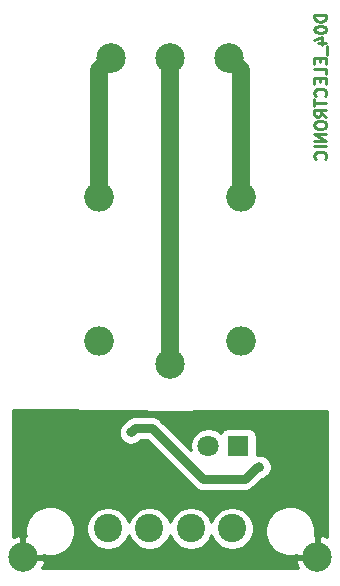
<source format=gbr>
G04 #@! TF.GenerationSoftware,KiCad,Pcbnew,5.1.5-52549c5~86~ubuntu18.04.1*
G04 #@! TF.CreationDate,2020-09-29T20:16:12-05:00*
G04 #@! TF.ProjectId,D04,4430342e-6b69-4636-9164-5f7063625858,rev?*
G04 #@! TF.SameCoordinates,Original*
G04 #@! TF.FileFunction,Copper,L2,Bot*
G04 #@! TF.FilePolarity,Positive*
%FSLAX46Y46*%
G04 Gerber Fmt 4.6, Leading zero omitted, Abs format (unit mm)*
G04 Created by KiCad (PCBNEW 5.1.5-52549c5~86~ubuntu18.04.1) date 2020-09-29 20:16:12*
%MOMM*%
%LPD*%
G04 APERTURE LIST*
%ADD10C,0.250000*%
%ADD11C,2.499360*%
%ADD12C,1.800000*%
%ADD13R,1.800000X1.800000*%
%ADD14C,2.400000*%
%ADD15C,2.500000*%
%ADD16O,2.500000X2.500000*%
%ADD17C,0.800000*%
%ADD18C,0.750000*%
%ADD19C,1.500000*%
%ADD20C,0.254000*%
G04 APERTURE END LIST*
D10*
X47188380Y-20750971D02*
X46188380Y-20750971D01*
X46188380Y-20989066D01*
X46236000Y-21131923D01*
X46331238Y-21227161D01*
X46426476Y-21274780D01*
X46616952Y-21322400D01*
X46759809Y-21322400D01*
X46950285Y-21274780D01*
X47045523Y-21227161D01*
X47140761Y-21131923D01*
X47188380Y-20989066D01*
X47188380Y-20750971D01*
X46188380Y-21941447D02*
X46188380Y-22036685D01*
X46236000Y-22131923D01*
X46283619Y-22179542D01*
X46378857Y-22227161D01*
X46569333Y-22274780D01*
X46807428Y-22274780D01*
X46997904Y-22227161D01*
X47093142Y-22179542D01*
X47140761Y-22131923D01*
X47188380Y-22036685D01*
X47188380Y-21941447D01*
X47140761Y-21846209D01*
X47093142Y-21798590D01*
X46997904Y-21750971D01*
X46807428Y-21703352D01*
X46569333Y-21703352D01*
X46378857Y-21750971D01*
X46283619Y-21798590D01*
X46236000Y-21846209D01*
X46188380Y-21941447D01*
X46521714Y-23131923D02*
X47188380Y-23131923D01*
X46140761Y-22893828D02*
X46855047Y-22655733D01*
X46855047Y-23274780D01*
X47283619Y-23417638D02*
X47283619Y-24179542D01*
X46664571Y-24417638D02*
X46664571Y-24750971D01*
X47188380Y-24893828D02*
X47188380Y-24417638D01*
X46188380Y-24417638D01*
X46188380Y-24893828D01*
X47188380Y-25798590D02*
X47188380Y-25322399D01*
X46188380Y-25322399D01*
X46664571Y-26131923D02*
X46664571Y-26465257D01*
X47188380Y-26608114D02*
X47188380Y-26131923D01*
X46188380Y-26131923D01*
X46188380Y-26608114D01*
X47093142Y-27608114D02*
X47140761Y-27560495D01*
X47188380Y-27417638D01*
X47188380Y-27322399D01*
X47140761Y-27179542D01*
X47045523Y-27084304D01*
X46950285Y-27036685D01*
X46759809Y-26989066D01*
X46616952Y-26989066D01*
X46426476Y-27036685D01*
X46331238Y-27084304D01*
X46236000Y-27179542D01*
X46188380Y-27322399D01*
X46188380Y-27417638D01*
X46236000Y-27560495D01*
X46283619Y-27608114D01*
X46188380Y-27893828D02*
X46188380Y-28465257D01*
X47188380Y-28179542D02*
X46188380Y-28179542D01*
X47188380Y-29370019D02*
X46712190Y-29036685D01*
X47188380Y-28798590D02*
X46188380Y-28798590D01*
X46188380Y-29179542D01*
X46236000Y-29274780D01*
X46283619Y-29322399D01*
X46378857Y-29370019D01*
X46521714Y-29370019D01*
X46616952Y-29322399D01*
X46664571Y-29274780D01*
X46712190Y-29179542D01*
X46712190Y-28798590D01*
X46188380Y-29989066D02*
X46188380Y-30179542D01*
X46236000Y-30274780D01*
X46331238Y-30370019D01*
X46521714Y-30417638D01*
X46855047Y-30417638D01*
X47045523Y-30370019D01*
X47140761Y-30274780D01*
X47188380Y-30179542D01*
X47188380Y-29989066D01*
X47140761Y-29893828D01*
X47045523Y-29798590D01*
X46855047Y-29750971D01*
X46521714Y-29750971D01*
X46331238Y-29798590D01*
X46236000Y-29893828D01*
X46188380Y-29989066D01*
X47188380Y-30846209D02*
X46188380Y-30846209D01*
X47188380Y-31417638D01*
X46188380Y-31417638D01*
X47188380Y-31893828D02*
X46188380Y-31893828D01*
X47093142Y-32941447D02*
X47140761Y-32893828D01*
X47188380Y-32750971D01*
X47188380Y-32655733D01*
X47140761Y-32512876D01*
X47045523Y-32417638D01*
X46950285Y-32370019D01*
X46759809Y-32322399D01*
X46616952Y-32322399D01*
X46426476Y-32370019D01*
X46331238Y-32417638D01*
X46236000Y-32512876D01*
X46188380Y-32655733D01*
X46188380Y-32750971D01*
X46236000Y-32893828D01*
X46283619Y-32941447D01*
D11*
X46440000Y-66675000D03*
X21500000Y-66675000D03*
D12*
X37211000Y-57277000D03*
D13*
X39751000Y-57277000D03*
D14*
X39220000Y-64236600D03*
X35720000Y-64236600D03*
X32220000Y-64236600D03*
X28720000Y-64236600D03*
D15*
X28970000Y-24434800D03*
X33970000Y-24434800D03*
X38970000Y-24434800D03*
D16*
X27970000Y-48342800D03*
X27970000Y-36142800D03*
X39970000Y-36142800D03*
X39970000Y-48342800D03*
D15*
X33970000Y-50342800D03*
D17*
X30632400Y-56108600D03*
X41529000Y-59029600D03*
D18*
X21500000Y-66675000D02*
X21500000Y-66686600D01*
X46440000Y-66675000D02*
X46440000Y-66691600D01*
X21500000Y-66675000D02*
X21500000Y-66712000D01*
D10*
X21500000Y-66675000D02*
X21500000Y-66762800D01*
D19*
X27970000Y-25434800D02*
X28970000Y-24434800D01*
X27970000Y-36142800D02*
X27970000Y-25434800D01*
X33970000Y-50342800D02*
X33970000Y-24434800D01*
X39970000Y-25434800D02*
X38970000Y-24434800D01*
X39970000Y-36142800D02*
X39970000Y-25434800D01*
D18*
X31032399Y-55708601D02*
X32391401Y-55708601D01*
X30632400Y-56108600D02*
X31032399Y-55708601D01*
X32391401Y-55708601D02*
X36728400Y-60045600D01*
X36728400Y-60045600D02*
X40284400Y-60045600D01*
X40284400Y-60045600D02*
X41300400Y-59029600D01*
X41300400Y-59029600D02*
X41529000Y-59029600D01*
D20*
G36*
X31890453Y-54272219D02*
G01*
X31966207Y-54312710D01*
X32090617Y-54350450D01*
X32187581Y-54360000D01*
X32187590Y-54360000D01*
X32219999Y-54363192D01*
X32252408Y-54360000D01*
X35687591Y-54360000D01*
X35720000Y-54363192D01*
X35752409Y-54360000D01*
X35752419Y-54360000D01*
X35849383Y-54350450D01*
X35973793Y-54312710D01*
X36021057Y-54287447D01*
X47280001Y-54328955D01*
X47280001Y-64987866D01*
X47115738Y-64905861D01*
X46861025Y-64828595D01*
X46567000Y-64944605D01*
X46567000Y-66368392D01*
X46454141Y-66481251D01*
X46633749Y-66660859D01*
X46746608Y-66548000D01*
X47280001Y-66548000D01*
X47280001Y-66802000D01*
X46746608Y-66802000D01*
X46633749Y-66689141D01*
X46454141Y-66868749D01*
X46567000Y-66981608D01*
X46567000Y-67600000D01*
X46313000Y-67600000D01*
X46313000Y-66981608D01*
X46425859Y-66868749D01*
X46246251Y-66689141D01*
X46133392Y-66802000D01*
X44709605Y-66802000D01*
X44593595Y-67096025D01*
X44711211Y-67448151D01*
X44797895Y-67600000D01*
X23144699Y-67600000D01*
X23269139Y-67350738D01*
X23346405Y-67096025D01*
X23230395Y-66802000D01*
X21806608Y-66802000D01*
X21693749Y-66689141D01*
X21514141Y-66868749D01*
X21627000Y-66981608D01*
X21627000Y-67600000D01*
X21373000Y-67600000D01*
X21373000Y-66981608D01*
X21485859Y-66868749D01*
X21306251Y-66689141D01*
X21193392Y-66802000D01*
X20660000Y-66802000D01*
X20660000Y-66548000D01*
X21193392Y-66548000D01*
X21306251Y-66660859D01*
X21485859Y-66481251D01*
X21514141Y-66481251D01*
X21693749Y-66660859D01*
X21806608Y-66548000D01*
X23230395Y-66548000D01*
X23243735Y-66514190D01*
X23599721Y-66585000D01*
X24020279Y-66585000D01*
X24432756Y-66502953D01*
X24821302Y-66342012D01*
X25170983Y-66108363D01*
X25468363Y-65810983D01*
X25702012Y-65461302D01*
X25862953Y-65072756D01*
X25945000Y-64660279D01*
X25945000Y-64239721D01*
X25908430Y-64055868D01*
X26885000Y-64055868D01*
X26885000Y-64417332D01*
X26955518Y-64771850D01*
X27093844Y-65105799D01*
X27294662Y-65406344D01*
X27550256Y-65661938D01*
X27850801Y-65862756D01*
X28184750Y-66001082D01*
X28539268Y-66071600D01*
X28900732Y-66071600D01*
X29255250Y-66001082D01*
X29589199Y-65862756D01*
X29889744Y-65661938D01*
X30145338Y-65406344D01*
X30346156Y-65105799D01*
X30470000Y-64806813D01*
X30593844Y-65105799D01*
X30794662Y-65406344D01*
X31050256Y-65661938D01*
X31350801Y-65862756D01*
X31684750Y-66001082D01*
X32039268Y-66071600D01*
X32400732Y-66071600D01*
X32755250Y-66001082D01*
X33089199Y-65862756D01*
X33389744Y-65661938D01*
X33645338Y-65406344D01*
X33846156Y-65105799D01*
X33970000Y-64806813D01*
X34093844Y-65105799D01*
X34294662Y-65406344D01*
X34550256Y-65661938D01*
X34850801Y-65862756D01*
X35184750Y-66001082D01*
X35539268Y-66071600D01*
X35900732Y-66071600D01*
X36255250Y-66001082D01*
X36589199Y-65862756D01*
X36889744Y-65661938D01*
X37145338Y-65406344D01*
X37346156Y-65105799D01*
X37470000Y-64806813D01*
X37593844Y-65105799D01*
X37794662Y-65406344D01*
X38050256Y-65661938D01*
X38350801Y-65862756D01*
X38684750Y-66001082D01*
X39039268Y-66071600D01*
X39400732Y-66071600D01*
X39755250Y-66001082D01*
X40089199Y-65862756D01*
X40389744Y-65661938D01*
X40645338Y-65406344D01*
X40846156Y-65105799D01*
X40984482Y-64771850D01*
X41055000Y-64417332D01*
X41055000Y-64239721D01*
X41995000Y-64239721D01*
X41995000Y-64660279D01*
X42077047Y-65072756D01*
X42237988Y-65461302D01*
X42471637Y-65810983D01*
X42769017Y-66108363D01*
X43118698Y-66342012D01*
X43507244Y-66502953D01*
X43919721Y-66585000D01*
X44340279Y-66585000D01*
X44696265Y-66514190D01*
X44709605Y-66548000D01*
X46133392Y-66548000D01*
X46246251Y-66660859D01*
X46425859Y-66481251D01*
X46313000Y-66368392D01*
X46313000Y-64944605D01*
X46216053Y-64906354D01*
X46265000Y-64660279D01*
X46265000Y-64239721D01*
X46182953Y-63827244D01*
X46022012Y-63438698D01*
X45788363Y-63089017D01*
X45490983Y-62791637D01*
X45141302Y-62557988D01*
X44752756Y-62397047D01*
X44340279Y-62315000D01*
X43919721Y-62315000D01*
X43507244Y-62397047D01*
X43118698Y-62557988D01*
X42769017Y-62791637D01*
X42471637Y-63089017D01*
X42237988Y-63438698D01*
X42077047Y-63827244D01*
X41995000Y-64239721D01*
X41055000Y-64239721D01*
X41055000Y-64055868D01*
X40984482Y-63701350D01*
X40846156Y-63367401D01*
X40645338Y-63066856D01*
X40389744Y-62811262D01*
X40089199Y-62610444D01*
X39755250Y-62472118D01*
X39400732Y-62401600D01*
X39039268Y-62401600D01*
X38684750Y-62472118D01*
X38350801Y-62610444D01*
X38050256Y-62811262D01*
X37794662Y-63066856D01*
X37593844Y-63367401D01*
X37470000Y-63666387D01*
X37346156Y-63367401D01*
X37145338Y-63066856D01*
X36889744Y-62811262D01*
X36589199Y-62610444D01*
X36255250Y-62472118D01*
X35900732Y-62401600D01*
X35539268Y-62401600D01*
X35184750Y-62472118D01*
X34850801Y-62610444D01*
X34550256Y-62811262D01*
X34294662Y-63066856D01*
X34093844Y-63367401D01*
X33970000Y-63666387D01*
X33846156Y-63367401D01*
X33645338Y-63066856D01*
X33389744Y-62811262D01*
X33089199Y-62610444D01*
X32755250Y-62472118D01*
X32400732Y-62401600D01*
X32039268Y-62401600D01*
X31684750Y-62472118D01*
X31350801Y-62610444D01*
X31050256Y-62811262D01*
X30794662Y-63066856D01*
X30593844Y-63367401D01*
X30470000Y-63666387D01*
X30346156Y-63367401D01*
X30145338Y-63066856D01*
X29889744Y-62811262D01*
X29589199Y-62610444D01*
X29255250Y-62472118D01*
X28900732Y-62401600D01*
X28539268Y-62401600D01*
X28184750Y-62472118D01*
X27850801Y-62610444D01*
X27550256Y-62811262D01*
X27294662Y-63066856D01*
X27093844Y-63367401D01*
X26955518Y-63701350D01*
X26885000Y-64055868D01*
X25908430Y-64055868D01*
X25862953Y-63827244D01*
X25702012Y-63438698D01*
X25468363Y-63089017D01*
X25170983Y-62791637D01*
X24821302Y-62557988D01*
X24432756Y-62397047D01*
X24020279Y-62315000D01*
X23599721Y-62315000D01*
X23187244Y-62397047D01*
X22798698Y-62557988D01*
X22449017Y-62791637D01*
X22151637Y-63089017D01*
X21917988Y-63438698D01*
X21757047Y-63827244D01*
X21675000Y-64239721D01*
X21675000Y-64660279D01*
X21723947Y-64906354D01*
X21627000Y-64944605D01*
X21627000Y-66368392D01*
X21514141Y-66481251D01*
X21485859Y-66481251D01*
X21373000Y-66368392D01*
X21373000Y-64944605D01*
X21078975Y-64828595D01*
X20726849Y-64946211D01*
X20660000Y-64984372D01*
X20660000Y-56006661D01*
X29597400Y-56006661D01*
X29597400Y-56210539D01*
X29637174Y-56410498D01*
X29715195Y-56598856D01*
X29828463Y-56768374D01*
X29972626Y-56912537D01*
X30142144Y-57025805D01*
X30330502Y-57103826D01*
X30530461Y-57143600D01*
X30734339Y-57143600D01*
X30934298Y-57103826D01*
X31122656Y-57025805D01*
X31292174Y-56912537D01*
X31436337Y-56768374D01*
X31469594Y-56718601D01*
X31973046Y-56718601D01*
X35979144Y-60724700D01*
X36010767Y-60763233D01*
X36164560Y-60889447D01*
X36340020Y-60983232D01*
X36530405Y-61040985D01*
X36728400Y-61060486D01*
X36778008Y-61055600D01*
X40234792Y-61055600D01*
X40284400Y-61060486D01*
X40482394Y-61040985D01*
X40672780Y-60983232D01*
X40848240Y-60889447D01*
X41002033Y-60763233D01*
X41033661Y-60724694D01*
X41709353Y-60049003D01*
X41830898Y-60024826D01*
X42019256Y-59946805D01*
X42188774Y-59833537D01*
X42332937Y-59689374D01*
X42446205Y-59519856D01*
X42524226Y-59331498D01*
X42564000Y-59131539D01*
X42564000Y-58927661D01*
X42524226Y-58727702D01*
X42446205Y-58539344D01*
X42332937Y-58369826D01*
X42188774Y-58225663D01*
X42019256Y-58112395D01*
X41830898Y-58034374D01*
X41630939Y-57994600D01*
X41427061Y-57994600D01*
X41317482Y-58016396D01*
X41300400Y-58014714D01*
X41289072Y-58015830D01*
X41289072Y-56377000D01*
X41276812Y-56252518D01*
X41240502Y-56132820D01*
X41181537Y-56022506D01*
X41102185Y-55925815D01*
X41005494Y-55846463D01*
X40895180Y-55787498D01*
X40775482Y-55751188D01*
X40651000Y-55738928D01*
X38851000Y-55738928D01*
X38726518Y-55751188D01*
X38606820Y-55787498D01*
X38496506Y-55846463D01*
X38399815Y-55925815D01*
X38320463Y-56022506D01*
X38261498Y-56132820D01*
X38255944Y-56151127D01*
X38189505Y-56084688D01*
X37938095Y-55916701D01*
X37658743Y-55800989D01*
X37362184Y-55742000D01*
X37059816Y-55742000D01*
X36763257Y-55800989D01*
X36483905Y-55916701D01*
X36232495Y-56084688D01*
X36018688Y-56298495D01*
X35850701Y-56549905D01*
X35734989Y-56829257D01*
X35676000Y-57125816D01*
X35676000Y-57428184D01*
X35709933Y-57598777D01*
X33140662Y-55029507D01*
X33109034Y-54990968D01*
X32955241Y-54864754D01*
X32779781Y-54770969D01*
X32589395Y-54713216D01*
X32441009Y-54698601D01*
X32391401Y-54693715D01*
X32341793Y-54698601D01*
X31082006Y-54698601D01*
X31032398Y-54693715D01*
X30834404Y-54713216D01*
X30644019Y-54770969D01*
X30468559Y-54864754D01*
X30314766Y-54990968D01*
X30283134Y-55029512D01*
X30079178Y-55233467D01*
X29972626Y-55304663D01*
X29828463Y-55448826D01*
X29715195Y-55618344D01*
X29637174Y-55806702D01*
X29597400Y-56006661D01*
X20660000Y-56006661D01*
X20660000Y-54230816D01*
X31890453Y-54272219D01*
G37*
X31890453Y-54272219D02*
X31966207Y-54312710D01*
X32090617Y-54350450D01*
X32187581Y-54360000D01*
X32187590Y-54360000D01*
X32219999Y-54363192D01*
X32252408Y-54360000D01*
X35687591Y-54360000D01*
X35720000Y-54363192D01*
X35752409Y-54360000D01*
X35752419Y-54360000D01*
X35849383Y-54350450D01*
X35973793Y-54312710D01*
X36021057Y-54287447D01*
X47280001Y-54328955D01*
X47280001Y-64987866D01*
X47115738Y-64905861D01*
X46861025Y-64828595D01*
X46567000Y-64944605D01*
X46567000Y-66368392D01*
X46454141Y-66481251D01*
X46633749Y-66660859D01*
X46746608Y-66548000D01*
X47280001Y-66548000D01*
X47280001Y-66802000D01*
X46746608Y-66802000D01*
X46633749Y-66689141D01*
X46454141Y-66868749D01*
X46567000Y-66981608D01*
X46567000Y-67600000D01*
X46313000Y-67600000D01*
X46313000Y-66981608D01*
X46425859Y-66868749D01*
X46246251Y-66689141D01*
X46133392Y-66802000D01*
X44709605Y-66802000D01*
X44593595Y-67096025D01*
X44711211Y-67448151D01*
X44797895Y-67600000D01*
X23144699Y-67600000D01*
X23269139Y-67350738D01*
X23346405Y-67096025D01*
X23230395Y-66802000D01*
X21806608Y-66802000D01*
X21693749Y-66689141D01*
X21514141Y-66868749D01*
X21627000Y-66981608D01*
X21627000Y-67600000D01*
X21373000Y-67600000D01*
X21373000Y-66981608D01*
X21485859Y-66868749D01*
X21306251Y-66689141D01*
X21193392Y-66802000D01*
X20660000Y-66802000D01*
X20660000Y-66548000D01*
X21193392Y-66548000D01*
X21306251Y-66660859D01*
X21485859Y-66481251D01*
X21514141Y-66481251D01*
X21693749Y-66660859D01*
X21806608Y-66548000D01*
X23230395Y-66548000D01*
X23243735Y-66514190D01*
X23599721Y-66585000D01*
X24020279Y-66585000D01*
X24432756Y-66502953D01*
X24821302Y-66342012D01*
X25170983Y-66108363D01*
X25468363Y-65810983D01*
X25702012Y-65461302D01*
X25862953Y-65072756D01*
X25945000Y-64660279D01*
X25945000Y-64239721D01*
X25908430Y-64055868D01*
X26885000Y-64055868D01*
X26885000Y-64417332D01*
X26955518Y-64771850D01*
X27093844Y-65105799D01*
X27294662Y-65406344D01*
X27550256Y-65661938D01*
X27850801Y-65862756D01*
X28184750Y-66001082D01*
X28539268Y-66071600D01*
X28900732Y-66071600D01*
X29255250Y-66001082D01*
X29589199Y-65862756D01*
X29889744Y-65661938D01*
X30145338Y-65406344D01*
X30346156Y-65105799D01*
X30470000Y-64806813D01*
X30593844Y-65105799D01*
X30794662Y-65406344D01*
X31050256Y-65661938D01*
X31350801Y-65862756D01*
X31684750Y-66001082D01*
X32039268Y-66071600D01*
X32400732Y-66071600D01*
X32755250Y-66001082D01*
X33089199Y-65862756D01*
X33389744Y-65661938D01*
X33645338Y-65406344D01*
X33846156Y-65105799D01*
X33970000Y-64806813D01*
X34093844Y-65105799D01*
X34294662Y-65406344D01*
X34550256Y-65661938D01*
X34850801Y-65862756D01*
X35184750Y-66001082D01*
X35539268Y-66071600D01*
X35900732Y-66071600D01*
X36255250Y-66001082D01*
X36589199Y-65862756D01*
X36889744Y-65661938D01*
X37145338Y-65406344D01*
X37346156Y-65105799D01*
X37470000Y-64806813D01*
X37593844Y-65105799D01*
X37794662Y-65406344D01*
X38050256Y-65661938D01*
X38350801Y-65862756D01*
X38684750Y-66001082D01*
X39039268Y-66071600D01*
X39400732Y-66071600D01*
X39755250Y-66001082D01*
X40089199Y-65862756D01*
X40389744Y-65661938D01*
X40645338Y-65406344D01*
X40846156Y-65105799D01*
X40984482Y-64771850D01*
X41055000Y-64417332D01*
X41055000Y-64239721D01*
X41995000Y-64239721D01*
X41995000Y-64660279D01*
X42077047Y-65072756D01*
X42237988Y-65461302D01*
X42471637Y-65810983D01*
X42769017Y-66108363D01*
X43118698Y-66342012D01*
X43507244Y-66502953D01*
X43919721Y-66585000D01*
X44340279Y-66585000D01*
X44696265Y-66514190D01*
X44709605Y-66548000D01*
X46133392Y-66548000D01*
X46246251Y-66660859D01*
X46425859Y-66481251D01*
X46313000Y-66368392D01*
X46313000Y-64944605D01*
X46216053Y-64906354D01*
X46265000Y-64660279D01*
X46265000Y-64239721D01*
X46182953Y-63827244D01*
X46022012Y-63438698D01*
X45788363Y-63089017D01*
X45490983Y-62791637D01*
X45141302Y-62557988D01*
X44752756Y-62397047D01*
X44340279Y-62315000D01*
X43919721Y-62315000D01*
X43507244Y-62397047D01*
X43118698Y-62557988D01*
X42769017Y-62791637D01*
X42471637Y-63089017D01*
X42237988Y-63438698D01*
X42077047Y-63827244D01*
X41995000Y-64239721D01*
X41055000Y-64239721D01*
X41055000Y-64055868D01*
X40984482Y-63701350D01*
X40846156Y-63367401D01*
X40645338Y-63066856D01*
X40389744Y-62811262D01*
X40089199Y-62610444D01*
X39755250Y-62472118D01*
X39400732Y-62401600D01*
X39039268Y-62401600D01*
X38684750Y-62472118D01*
X38350801Y-62610444D01*
X38050256Y-62811262D01*
X37794662Y-63066856D01*
X37593844Y-63367401D01*
X37470000Y-63666387D01*
X37346156Y-63367401D01*
X37145338Y-63066856D01*
X36889744Y-62811262D01*
X36589199Y-62610444D01*
X36255250Y-62472118D01*
X35900732Y-62401600D01*
X35539268Y-62401600D01*
X35184750Y-62472118D01*
X34850801Y-62610444D01*
X34550256Y-62811262D01*
X34294662Y-63066856D01*
X34093844Y-63367401D01*
X33970000Y-63666387D01*
X33846156Y-63367401D01*
X33645338Y-63066856D01*
X33389744Y-62811262D01*
X33089199Y-62610444D01*
X32755250Y-62472118D01*
X32400732Y-62401600D01*
X32039268Y-62401600D01*
X31684750Y-62472118D01*
X31350801Y-62610444D01*
X31050256Y-62811262D01*
X30794662Y-63066856D01*
X30593844Y-63367401D01*
X30470000Y-63666387D01*
X30346156Y-63367401D01*
X30145338Y-63066856D01*
X29889744Y-62811262D01*
X29589199Y-62610444D01*
X29255250Y-62472118D01*
X28900732Y-62401600D01*
X28539268Y-62401600D01*
X28184750Y-62472118D01*
X27850801Y-62610444D01*
X27550256Y-62811262D01*
X27294662Y-63066856D01*
X27093844Y-63367401D01*
X26955518Y-63701350D01*
X26885000Y-64055868D01*
X25908430Y-64055868D01*
X25862953Y-63827244D01*
X25702012Y-63438698D01*
X25468363Y-63089017D01*
X25170983Y-62791637D01*
X24821302Y-62557988D01*
X24432756Y-62397047D01*
X24020279Y-62315000D01*
X23599721Y-62315000D01*
X23187244Y-62397047D01*
X22798698Y-62557988D01*
X22449017Y-62791637D01*
X22151637Y-63089017D01*
X21917988Y-63438698D01*
X21757047Y-63827244D01*
X21675000Y-64239721D01*
X21675000Y-64660279D01*
X21723947Y-64906354D01*
X21627000Y-64944605D01*
X21627000Y-66368392D01*
X21514141Y-66481251D01*
X21485859Y-66481251D01*
X21373000Y-66368392D01*
X21373000Y-64944605D01*
X21078975Y-64828595D01*
X20726849Y-64946211D01*
X20660000Y-64984372D01*
X20660000Y-56006661D01*
X29597400Y-56006661D01*
X29597400Y-56210539D01*
X29637174Y-56410498D01*
X29715195Y-56598856D01*
X29828463Y-56768374D01*
X29972626Y-56912537D01*
X30142144Y-57025805D01*
X30330502Y-57103826D01*
X30530461Y-57143600D01*
X30734339Y-57143600D01*
X30934298Y-57103826D01*
X31122656Y-57025805D01*
X31292174Y-56912537D01*
X31436337Y-56768374D01*
X31469594Y-56718601D01*
X31973046Y-56718601D01*
X35979144Y-60724700D01*
X36010767Y-60763233D01*
X36164560Y-60889447D01*
X36340020Y-60983232D01*
X36530405Y-61040985D01*
X36728400Y-61060486D01*
X36778008Y-61055600D01*
X40234792Y-61055600D01*
X40284400Y-61060486D01*
X40482394Y-61040985D01*
X40672780Y-60983232D01*
X40848240Y-60889447D01*
X41002033Y-60763233D01*
X41033661Y-60724694D01*
X41709353Y-60049003D01*
X41830898Y-60024826D01*
X42019256Y-59946805D01*
X42188774Y-59833537D01*
X42332937Y-59689374D01*
X42446205Y-59519856D01*
X42524226Y-59331498D01*
X42564000Y-59131539D01*
X42564000Y-58927661D01*
X42524226Y-58727702D01*
X42446205Y-58539344D01*
X42332937Y-58369826D01*
X42188774Y-58225663D01*
X42019256Y-58112395D01*
X41830898Y-58034374D01*
X41630939Y-57994600D01*
X41427061Y-57994600D01*
X41317482Y-58016396D01*
X41300400Y-58014714D01*
X41289072Y-58015830D01*
X41289072Y-56377000D01*
X41276812Y-56252518D01*
X41240502Y-56132820D01*
X41181537Y-56022506D01*
X41102185Y-55925815D01*
X41005494Y-55846463D01*
X40895180Y-55787498D01*
X40775482Y-55751188D01*
X40651000Y-55738928D01*
X38851000Y-55738928D01*
X38726518Y-55751188D01*
X38606820Y-55787498D01*
X38496506Y-55846463D01*
X38399815Y-55925815D01*
X38320463Y-56022506D01*
X38261498Y-56132820D01*
X38255944Y-56151127D01*
X38189505Y-56084688D01*
X37938095Y-55916701D01*
X37658743Y-55800989D01*
X37362184Y-55742000D01*
X37059816Y-55742000D01*
X36763257Y-55800989D01*
X36483905Y-55916701D01*
X36232495Y-56084688D01*
X36018688Y-56298495D01*
X35850701Y-56549905D01*
X35734989Y-56829257D01*
X35676000Y-57125816D01*
X35676000Y-57428184D01*
X35709933Y-57598777D01*
X33140662Y-55029507D01*
X33109034Y-54990968D01*
X32955241Y-54864754D01*
X32779781Y-54770969D01*
X32589395Y-54713216D01*
X32441009Y-54698601D01*
X32391401Y-54693715D01*
X32341793Y-54698601D01*
X31082006Y-54698601D01*
X31032398Y-54693715D01*
X30834404Y-54713216D01*
X30644019Y-54770969D01*
X30468559Y-54864754D01*
X30314766Y-54990968D01*
X30283134Y-55029512D01*
X30079178Y-55233467D01*
X29972626Y-55304663D01*
X29828463Y-55448826D01*
X29715195Y-55618344D01*
X29637174Y-55806702D01*
X29597400Y-56006661D01*
X20660000Y-56006661D01*
X20660000Y-54230816D01*
X31890453Y-54272219D01*
M02*

</source>
